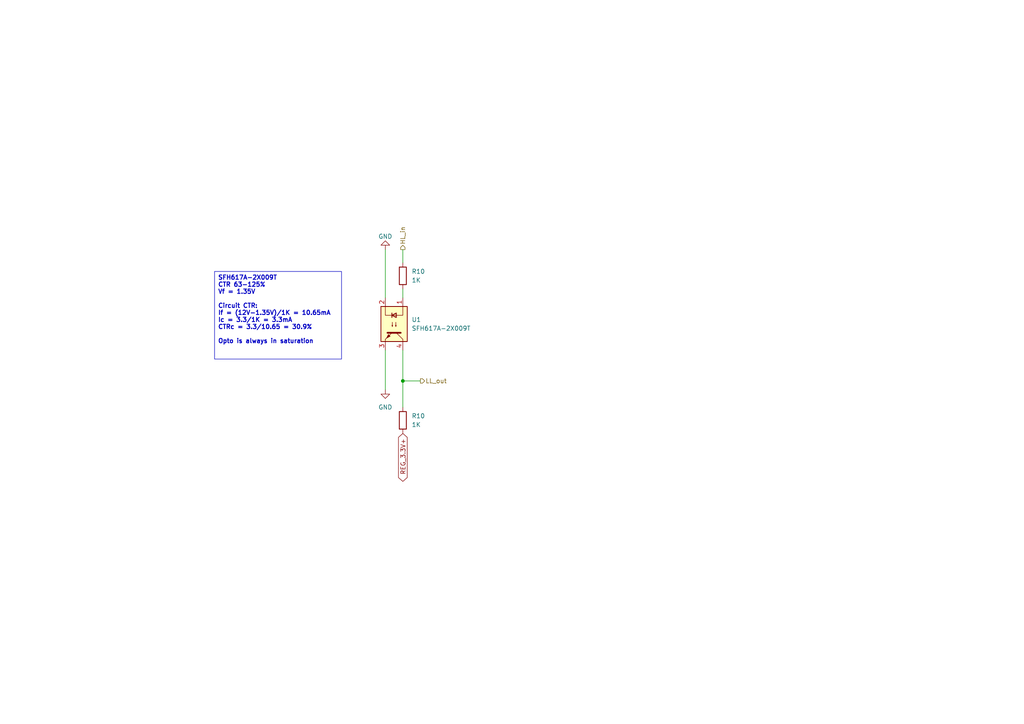
<source format=kicad_sch>
(kicad_sch (version 20230121) (generator eeschema)
  (paper "A4")
  (title_block (title "Vehicle Emulator Board") (date "2025-03-09") (rev "1.0.0") (comment 1 "https://github.com/martinroger/VXDash") (comment 2 "https://cadlab.io/projects/vxdash"))
  (lib_symbols
    (symbol "Device:R" (pin_numbers hide) (pin_names (offset 0))
      (property "Reference" "R" (at 2.032 0 90))
      (property "Value" "R" (at 0 0 90))
      (symbol "R_0_1"
        (rectangle (start -1.016 -2.54) (end 1.016 2.54) (stroke (width 0.254)))
      )
      (symbol "R_1_1"
        (pin passive line (at 0 3.81 270) (length 1.27) (name "~") (number "1"))
        (pin passive line (at 0 -3.81 90) (length 1.27) (name "~") (number "2"))
      )
    )
    (symbol "Isolator:SFH617A-2X009T"
      (property "Reference" "U" (at -3.81 5.08 0))
      (property "Value" "SFH617A-2X009T" (at 0 -5.08 0))
      (symbol "SFH617A-2X009T_1_1"
        (rectangle (start -5.08 3.81) (end 5.08 -3.81) (stroke (width 0.254)) (fill (type background)))
        (polyline (pts (xy -3.175 -0.635) (xy -1.905 -0.635)) (stroke (width 0.254)))
        (polyline (pts (xy 2.54 0.635) (xy 4.445 2.54)))
        (polyline (pts (xy 4.445 -2.54) (xy 2.54 -0.635)) (fill (type outline)))
        (polyline (pts (xy 4.445 -2.54) (xy 5.08 -2.54)))
        (polyline (pts (xy 4.445 2.54) (xy 5.08 2.54)))
        (polyline (pts (xy -5.08 2.54) (xy -2.54 2.54) (xy -2.54 -0.762)))
        (polyline (pts (xy -2.54 -0.635) (xy -2.54 -2.54) (xy -5.08 -2.54)))
        (polyline (pts (xy 2.54 1.905) (xy 2.54 -1.905) (xy 2.54 -1.905)) (stroke (width 0.508)))
        (polyline (pts (xy -2.54 -0.635) (xy -3.175 0.635) (xy -1.905 0.635) (xy -2.54 -0.635)) (stroke (width 0.254)))
        (polyline (pts (xy -0.508 -0.508) (xy 0.762 -0.508) (xy 0.381 -0.635) (xy 0.381 -0.381) (xy 0.762 -0.508)))
        (polyline (pts (xy -0.508 0.508) (xy 0.762 0.508) (xy 0.381 0.381) (xy 0.381 0.635) (xy 0.762 0.508)))
        (polyline (pts (xy 3.048 -1.651) (xy 3.556 -1.143) (xy 4.064 -2.159) (xy 3.048 -1.651) (xy 3.048 -1.651)) (fill (type outline)))
        (pin passive line (at -7.62 2.54 0) (length 2.54) (name "~") (number "1"))
        (pin passive line (at -7.62 -2.54 0) (length 2.54) (name "~") (number "2"))
        (pin passive line (at 7.62 -2.54 180) (length 2.54) (name "~") (number "3"))
        (pin passive line (at 7.62 2.54 180) (length 2.54) (name "~") (number "4"))
      )
    )
    (symbol "power:GND" (power) (pin_names (offset 0))
      (property "Value" "GND" (at 0 -3.81 0))
      (symbol "GND_0_1"
        (polyline (pts (xy 0 0) (xy 0 -1.27) (xy 1.27 -1.27) (xy 0 -2.54) (xy -1.27 -1.27) (xy 0 -1.27)))
      )
      (symbol "GND_1_1"
        (pin power_in line (at 0 0 270) (length 0) hide (name "GND") (number "1"))
      )
    )
  )
  (junction (at 116.84 110.49))
  (wire (pts (xy 116.84 110.49) (xy 121.92 110.49)))
  (wire (pts (xy 116.84 72.39) (xy 116.84 76.2)))
  (wire (pts (xy 111.76 101.6) (xy 111.76 113.03)))
  (wire (pts (xy 116.84 110.49) (xy 116.84 118.11)))
  (wire (pts (xy 116.84 101.6) (xy 116.84 110.49)))
  (wire (pts (xy 116.84 83.82) (xy 116.84 86.36)))
  (wire (pts (xy 111.76 72.39) (xy 111.76 86.36)))
  (text_box "SFH617A-2X009T\nCTR 63-125%\nVf = 1.35V\n\nCircuit CTR:\nIf = (12V-1.35V)/1K = 10.65mA\nIc = 3.3/1K = 3.3mA\nCTRc = 3.3/10.65 = 30.9%\n\nOpto is always in saturation\n" (at 62.23 78.74 0) (size 36.83 25.4) (effects (font (size 1.27 1.27) bold) (justify left top)))
  (global_label "REG_3.3V+" (shape bidirectional) (at 116.84 125.73 270) (property "Intersheetrefs" "${INTERSHEET_REFS}" (effects hide)))
  (hierarchical_label "LL_out" (shape output) (at 121.92 110.49 0))
  (hierarchical_label "HL_in" (shape output) (at 116.84 72.39 90))
  (symbol (lib_id "Isolator:SFH617A-2X009T") (at 114.3 93.98 270) (unit 1)
    (property "Reference" "U1" (at 119.38 92.7099 90) (effects (justify left)))
    (property "Value" "SFH617A-2X009T" (at 119.38 95.2499 90) (effects (justify left)))
    (property "Footprint" "Package_DIP:SMDIP-4_W7.62mm" (effects hide))
    (property "Datasheet" "https://www.vishay.com/docs/83740/sfh617a.pdf" (effects hide))
    (property "Description" "OPTOISOLATOR 5.3KV TRANS 4SMD" (effects hide))
    (property "Manufacturer_Name" "Vishay" (effects hide))
    (property "Manufacturer_Part_Number" "SFH617A-2X009T" (effects hide))
    (instances (project "VXDuino" (path "" (reference "U1") (unit 1))) (project "Vehicle Emulator Board" (path "" (reference "U1") (unit 1)) (path "" (reference "U2") (unit 1)) (path "" (reference "U3") (unit 1)) (path "" (reference "U4") (unit 1)) (path "" (reference "U5") (unit 1)) (path "" (reference "U6") (unit 1)) (path "" (reference "U7") (unit 1)) (path "" (reference "U8") (unit 1)) (path "" (reference "U9") (unit 1)) (path "" (reference "U10") (unit 1)) (path "" (reference "U11") (unit 1)) (path "" (reference "U11") (unit 1)) (path "" (reference "U12") (unit 1)) (path "" (reference "U13") (unit 1)) (path "" (reference "U14") (unit 1)) (path "" (reference "U15") (unit 1))))
  )
  (symbol (lib_id "Device:R") (at 116.84 121.92 0) (unit 1)
    (property "Reference" "R10" (at 119.38 120.6499 0) (effects (justify left)))
    (property "Value" "1K" (at 119.38 123.1899 0) (effects (justify left)))
    (property "Footprint" "Resistor_SMD:R_0805_2012Metric" (effects hide))
    (property "Datasheet" "https://www.seielect.com/Catalog/SEI-RMCF_RMCP.pdf" (effects hide))
    (property "Manufacturer_Name" "Stackpole Electronics Inc" (effects hide))
    (property "Manufacturer_Part_Number" "RMCF0805FT1K00" (effects hide))
    (property "Description" "RES 1K OHM 1% 1/8W 0805" (effects hide))
    (instances (project "DashSpy" (path "" (reference "R10") (unit 1)) (path "" (reference "R25") (unit 1)) (path "" (reference "R28") (unit 1)) (path "" (reference "R31") (unit 1)) (path "" (reference "R34") (unit 1)) (path "" (reference "R37") (unit 1)) (path "" (reference "R40") (unit 1)) (path "" (reference "R43") (unit 1)) (path "" (reference "R46") (unit 1)) (path "" (reference "R49") (unit 1)) (path "" (reference "R52") (unit 1))) (project "Vehicle Emulator Board" (path "" (reference "R2") (unit 1)) (path "" (reference "R4") (unit 1)) (path "" (reference "R11") (unit 1)) (path "" (reference "R13") (unit 1)) (path "" (reference "R15") (unit 1)) (path "" (reference "R17") (unit 1)) (path "" (reference "R19") (unit 1)) (path "" (reference "R21") (unit 1)) (path "" (reference "R23") (unit 1)) (path "" (reference "R25") (unit 1)) (path "" (reference "R27") (unit 1)) (path "" (reference "R29") (unit 1)) (path "" (reference "R31") (unit 1)) (path "" (reference "R33") (unit 1)) (path "" (reference "R35") (unit 1))))
  )
  (symbol (lib_id "power:GND") (at 111.76 113.03 0) (unit 1)
    (property "Reference" "#PWR05" (effects hide))
    (property "Value" "GND" (at 111.76 118.11 0))
    (instances (project "Vehicle Emulator Board" (path "" (reference "#PWR05") (unit 1)) (path "" (reference "#PWR06") (unit 1)) (path "" (reference "#PWR07") (unit 1)) (path "" (reference "#PWR015") (unit 1)) (path "" (reference "#PWR016") (unit 1)) (path "" (reference "#PWR017") (unit 1)) (path "" (reference "#PWR018") (unit 1)) (path "" (reference "#PWR019") (unit 1)) (path "" (reference "#PWR020") (unit 1)) (path "" (reference "#PWR021") (unit 1)) (path "" (reference "#PWR026") (unit 1)) (path "" (reference "#PWR028") (unit 1)) (path "" (reference "#PWR030") (unit 1)) (path "" (reference "#PWR032") (unit 1)) (path "" (reference "#PWR034") (unit 1))))
  )
  (symbol (lib_id "Device:R") (at 116.84 80.01 0) (unit 1)
    (property "Reference" "R10" (at 119.38 78.7399 0) (effects (justify left)))
    (property "Value" "1K" (at 119.38 81.2799 0) (effects (justify left)))
    (property "Footprint" "Resistor_SMD:R_0805_2012Metric" (effects hide))
    (property "Datasheet" "https://www.seielect.com/Catalog/SEI-RMCF_RMCP.pdf" (effects hide))
    (property "Manufacturer_Name" "Stackpole Electronics Inc" (effects hide))
    (property "Manufacturer_Part_Number" "RMCF0805FT1K00" (effects hide))
    (property "Description" "RES 1K OHM 1% 1/8W 0805" (effects hide))
    (instances (project "DashSpy" (path "" (reference "R10") (unit 1)) (path "" (reference "R25") (unit 1)) (path "" (reference "R28") (unit 1)) (path "" (reference "R31") (unit 1)) (path "" (reference "R34") (unit 1)) (path "" (reference "R37") (unit 1)) (path "" (reference "R40") (unit 1)) (path "" (reference "R43") (unit 1)) (path "" (reference "R46") (unit 1)) (path "" (reference "R49") (unit 1)) (path "" (reference "R52") (unit 1))) (project "Vehicle Emulator Board" (path "" (reference "R1") (unit 1)) (path "" (reference "R3") (unit 1)) (path "" (reference "R5") (unit 1)) (path "" (reference "R12") (unit 1)) (path "" (reference "R14") (unit 1)) (path "" (reference "R16") (unit 1)) (path "" (reference "R18") (unit 1)) (path "" (reference "R20") (unit 1)) (path "" (reference "R22") (unit 1)) (path "" (reference "R24") (unit 1)) (path "" (reference "R26") (unit 1)) (path "" (reference "R28") (unit 1)) (path "" (reference "R30") (unit 1)) (path "" (reference "R32") (unit 1)) (path "" (reference "R34") (unit 1))))
  )
  (symbol (lib_id "power:GND") (at 111.76 72.39 180) (unit 1)
    (property "Reference" "#PWR05" (effects hide))
    (property "Value" "GND" (at 111.76 68.58 0))
    (instances (project "Vehicle Emulator Board" (path "" (reference "#PWR05") (unit 1)) (path "" (reference "#PWR06") (unit 1)) (path "" (reference "#PWR07") (unit 1)) (path "" (reference "#PWR015") (unit 1)) (path "" (reference "#PWR016") (unit 1)) (path "" (reference "#PWR017") (unit 1)) (path "" (reference "#PWR018") (unit 1)) (path "" (reference "#PWR019") (unit 1)) (path "" (reference "#PWR020") (unit 1)) (path "" (reference "#PWR021") (unit 1)) (path "" (reference "#PWR025") (unit 1)) (path "" (reference "#PWR027") (unit 1)) (path "" (reference "#PWR029") (unit 1)) (path "" (reference "#PWR031") (unit 1)) (path "" (reference "#PWR033") (unit 1))))
  )
)
</source>
